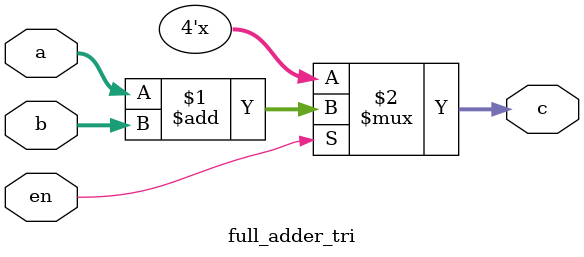
<source format=v>
module full_adder_tri (input  [3:0] a , 
                       input  [3:0] b ,
	               input        en,
	               output [3:0] c );
assign c = en ? a+b : 4'bzzzz;
endmodule

</source>
